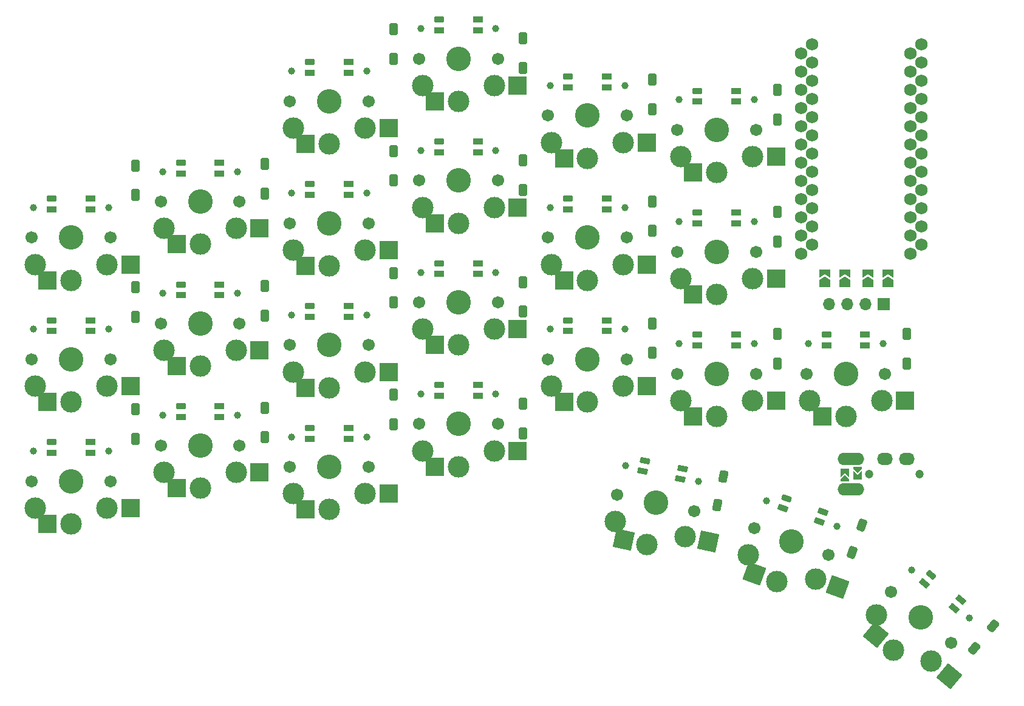
<source format=gts>
G04 #@! TF.GenerationSoftware,KiCad,Pcbnew,6.0.11-3.fc36*
G04 #@! TF.CreationDate,2023-02-22T18:11:36-05:00*
G04 #@! TF.ProjectId,kb40,6b623430-2e6b-4696-9361-645f70636258,rev?*
G04 #@! TF.SameCoordinates,Original*
G04 #@! TF.FileFunction,Soldermask,Top*
G04 #@! TF.FilePolarity,Negative*
%FSLAX46Y46*%
G04 Gerber Fmt 4.6, Leading zero omitted, Abs format (unit mm)*
G04 Created by KiCad (PCBNEW 6.0.11-3.fc36) date 2023-02-22 18:11:36*
%MOMM*%
%LPD*%
G01*
G04 APERTURE LIST*
G04 Aperture macros list*
%AMRoundRect*
0 Rectangle with rounded corners*
0 $1 Rounding radius*
0 $2 $3 $4 $5 $6 $7 $8 $9 X,Y pos of 4 corners*
0 Add a 4 corners polygon primitive as box body*
4,1,4,$2,$3,$4,$5,$6,$7,$8,$9,$2,$3,0*
0 Add four circle primitives for the rounded corners*
1,1,$1+$1,$2,$3*
1,1,$1+$1,$4,$5*
1,1,$1+$1,$6,$7*
1,1,$1+$1,$8,$9*
0 Add four rect primitives between the rounded corners*
20,1,$1+$1,$2,$3,$4,$5,0*
20,1,$1+$1,$4,$5,$6,$7,0*
20,1,$1+$1,$6,$7,$8,$9,0*
20,1,$1+$1,$8,$9,$2,$3,0*%
%AMRotRect*
0 Rectangle, with rotation*
0 The origin of the aperture is its center*
0 $1 length*
0 $2 width*
0 $3 Rotation angle, in degrees counterclockwise*
0 Add horizontal line*
21,1,$1,$2,0,0,$3*%
%AMFreePoly0*
4,1,6,1.000000,0.000000,0.500000,-0.750000,-0.500000,-0.750000,-0.500000,0.750000,0.500000,0.750000,1.000000,0.000000,1.000000,0.000000,$1*%
%AMFreePoly1*
4,1,6,0.500000,-0.750000,-0.650000,-0.750000,-0.150000,0.000000,-0.650000,0.750000,0.500000,0.750000,0.500000,-0.750000,0.500000,-0.750000,$1*%
%AMFreePoly2*
4,1,6,0.600000,0.200000,0.000000,-0.400000,-0.600000,0.200000,-0.600000,0.500000,0.600000,0.500000,0.600000,0.200000,0.600000,0.200000,$1*%
%AMFreePoly3*
4,1,6,0.600000,-0.250000,-0.600000,-0.250000,-0.600000,1.000000,0.000000,0.400000,0.600000,1.000000,0.600000,-0.250000,0.600000,-0.250000,$1*%
G04 Aperture macros list end*
%ADD10C,1.701800*%
%ADD11C,3.000000*%
%ADD12C,0.990600*%
%ADD13C,3.429000*%
%ADD14R,2.600000X2.600000*%
%ADD15RoundRect,0.300000X0.124041X0.614544X-0.583668X-0.228871X-0.124041X-0.614544X0.583668X0.228871X0*%
%ADD16RoundRect,0.300000X-0.300000X0.550500X-0.300000X-0.550500X0.300000X-0.550500X0.300000X0.550500X0*%
%ADD17R,1.400000X0.820000*%
%ADD18RoundRect,0.205000X0.495000X0.205000X-0.495000X0.205000X-0.495000X-0.205000X0.495000X-0.205000X0*%
%ADD19RotRect,2.600000X2.600000X340.000000*%
%ADD20FreePoly0,90.000000*%
%ADD21FreePoly1,90.000000*%
%ADD22RoundRect,0.300000X-0.178989X0.600844X-0.407900X-0.476097X0.178989X-0.600844X0.407900X0.476097X0*%
%ADD23R,1.700000X1.700000*%
%ADD24O,1.700000X1.700000*%
%ADD25RotRect,2.600000X2.600000X320.000000*%
%ADD26RoundRect,0.300000X-0.093626X0.619907X-0.470190X-0.414695X0.093626X-0.619907X0.470190X0.414695X0*%
%ADD27RotRect,2.600000X2.600000X348.000000*%
%ADD28RotRect,1.400000X0.820000X140.000000*%
%ADD29RoundRect,0.205000X0.510963X-0.161141X-0.247421X0.475219X-0.510963X0.161141X0.247421X-0.475219X0*%
%ADD30RotRect,1.400000X0.820000X168.000000*%
%ADD31RoundRect,0.205000X0.526805X0.097604X-0.441561X0.303437X-0.526805X-0.097604X0.441561X-0.303437X0*%
%ADD32C,1.752600*%
%ADD33FreePoly2,180.000000*%
%ADD34O,3.700000X1.700000*%
%ADD35FreePoly2,0.000000*%
%ADD36C,1.200000*%
%ADD37FreePoly3,180.000000*%
%ADD38O,2.200000X1.700000*%
%ADD39FreePoly3,0.000000*%
%ADD40RotRect,1.400000X0.820000X160.000000*%
%ADD41RoundRect,0.205000X0.535262X0.023337X-0.395034X0.361937X-0.535262X-0.023337X0.395034X-0.361937X0*%
G04 APERTURE END LIST*
D10*
X140000000Y-61500000D03*
D11*
X145500000Y-67450000D03*
D12*
X140280000Y-57300000D03*
D11*
X140500000Y-65250000D03*
D10*
X151000000Y-61500000D03*
D13*
X145500000Y-61500000D03*
D12*
X150720000Y-57300000D03*
D11*
X150500000Y-65250000D03*
D14*
X142225000Y-67450000D03*
X153775000Y-65250000D03*
D15*
X202068357Y-132678843D03*
X199431643Y-135821157D03*
D16*
X136500000Y-101699000D03*
X136500000Y-105801000D03*
D11*
X168500000Y-84250000D03*
D10*
X169000000Y-80500000D03*
D13*
X163500000Y-80500000D03*
D12*
X158280000Y-76300000D03*
D11*
X158500000Y-84250000D03*
D10*
X158000000Y-80500000D03*
D11*
X163500000Y-86450000D03*
D12*
X168720000Y-76300000D03*
D14*
X160225000Y-86450000D03*
X171775000Y-84250000D03*
D13*
X109500000Y-59500000D03*
D12*
X114720000Y-55300000D03*
D10*
X104000000Y-59500000D03*
D12*
X104280000Y-55300000D03*
D11*
X109500000Y-65450000D03*
X104500000Y-63250000D03*
X114500000Y-63250000D03*
D10*
X115000000Y-59500000D03*
D14*
X106225000Y-65450000D03*
X117775000Y-63250000D03*
D17*
X94200000Y-69550000D03*
X88800000Y-69550000D03*
D18*
X88800000Y-68050000D03*
D17*
X94200000Y-68050000D03*
D11*
X91500000Y-113450000D03*
X96500000Y-111250000D03*
X86500000Y-111250000D03*
D13*
X91500000Y-107500000D03*
D10*
X97000000Y-107500000D03*
D12*
X96720000Y-103300000D03*
X86280000Y-103300000D03*
D10*
X86000000Y-107500000D03*
D14*
X88225000Y-113450000D03*
X99775000Y-111250000D03*
D17*
X148200000Y-57550000D03*
X142800000Y-57550000D03*
D18*
X142800000Y-56050000D03*
D17*
X148200000Y-56050000D03*
X94200000Y-86550000D03*
X88800000Y-86550000D03*
D18*
X88800000Y-85050000D03*
D17*
X94200000Y-85050000D03*
X148200000Y-74550000D03*
X142800000Y-74550000D03*
D18*
X142800000Y-73050000D03*
D17*
X148200000Y-73050000D03*
D10*
X179060815Y-122797666D03*
D12*
X170423795Y-115184501D03*
D11*
X171857486Y-126507726D03*
D12*
X180234186Y-118755191D03*
D13*
X173892506Y-120916555D03*
D11*
X177308394Y-126150503D03*
X167911467Y-122730302D03*
D10*
X168724197Y-119035444D03*
D19*
X168779993Y-125387610D03*
X180385887Y-127270619D03*
D16*
X82500000Y-68449000D03*
X82500000Y-72551000D03*
D11*
X109500000Y-116450000D03*
D12*
X104280000Y-106300000D03*
D10*
X115000000Y-110500000D03*
D12*
X114720000Y-106300000D03*
D10*
X104000000Y-110500000D03*
D11*
X104500000Y-114250000D03*
D13*
X109500000Y-110500000D03*
D11*
X114500000Y-114250000D03*
D14*
X106225000Y-116450000D03*
X117775000Y-114250000D03*
D16*
X118500000Y-66449000D03*
X118500000Y-70551000D03*
D20*
X181400000Y-84925000D03*
D21*
X181400000Y-83475000D03*
D20*
X184600000Y-84925000D03*
D21*
X184600000Y-83475000D03*
D16*
X172000000Y-74949000D03*
X172000000Y-79051000D03*
D17*
X112200000Y-55550000D03*
X106800000Y-55550000D03*
D18*
X106800000Y-54050000D03*
D17*
X112200000Y-54050000D03*
D22*
X164468373Y-111837552D03*
X163615519Y-115849914D03*
D17*
X130200000Y-66600000D03*
X124800000Y-66600000D03*
D18*
X124800000Y-65100000D03*
D17*
X130200000Y-65100000D03*
D10*
X97000000Y-73500000D03*
D12*
X86280000Y-69300000D03*
D11*
X91500000Y-79450000D03*
X96500000Y-77250000D03*
D12*
X96720000Y-69300000D03*
D11*
X86500000Y-77250000D03*
D10*
X86000000Y-73500000D03*
D13*
X91500000Y-73500000D03*
D14*
X88225000Y-79450000D03*
X99775000Y-77250000D03*
D17*
X130200000Y-49600000D03*
X124800000Y-49600000D03*
D18*
X124800000Y-48100000D03*
D17*
X130200000Y-48100000D03*
X76200000Y-108550000D03*
X70800000Y-108550000D03*
D18*
X70800000Y-107050000D03*
D17*
X76200000Y-107050000D03*
D12*
X150720000Y-91300000D03*
D13*
X145500000Y-95500000D03*
D10*
X151000000Y-95500000D03*
D11*
X140500000Y-99250000D03*
D10*
X140000000Y-95500000D03*
D11*
X150500000Y-99250000D03*
D12*
X140280000Y-91300000D03*
D11*
X145500000Y-101450000D03*
D14*
X142225000Y-101450000D03*
X153775000Y-99250000D03*
D23*
X186800000Y-87825000D03*
D24*
X184260000Y-87825000D03*
X181720000Y-87825000D03*
X179180000Y-87825000D03*
D16*
X154500000Y-56481500D03*
X154500000Y-60583500D03*
D10*
X115000000Y-76500000D03*
D12*
X104280000Y-72300000D03*
D11*
X104500000Y-80250000D03*
D12*
X114720000Y-72300000D03*
D11*
X109500000Y-82450000D03*
D10*
X104000000Y-76500000D03*
D13*
X109500000Y-76500000D03*
D11*
X114500000Y-80250000D03*
D14*
X106225000Y-82450000D03*
X117775000Y-80250000D03*
D16*
X100500000Y-85268000D03*
X100500000Y-89370000D03*
D10*
X133000000Y-104500000D03*
D12*
X122280000Y-100300000D03*
X132720000Y-100300000D03*
D11*
X122500000Y-108250000D03*
D10*
X122000000Y-104500000D03*
D13*
X127500000Y-104500000D03*
D11*
X132500000Y-108250000D03*
X127500000Y-110450000D03*
D14*
X124225000Y-110450000D03*
X135775000Y-108250000D03*
D17*
X112200000Y-89550000D03*
X106800000Y-89550000D03*
D18*
X106800000Y-88050000D03*
D17*
X112200000Y-88050000D03*
D11*
X122500000Y-91300000D03*
X127500000Y-93500000D03*
X132500000Y-91300000D03*
D10*
X133000000Y-87550000D03*
D12*
X132720000Y-83350000D03*
D10*
X122000000Y-87550000D03*
D12*
X122280000Y-83350000D03*
D13*
X127500000Y-87550000D03*
D14*
X124225000Y-93500000D03*
X135775000Y-91300000D03*
D16*
X154500000Y-90481500D03*
X154500000Y-94583500D03*
X82500000Y-85449000D03*
X82500000Y-89551000D03*
D17*
X148200000Y-91550000D03*
X142800000Y-91550000D03*
D18*
X142800000Y-90050000D03*
D17*
X148200000Y-90050000D03*
D16*
X136500000Y-67749000D03*
X136500000Y-71851000D03*
D17*
X184200000Y-93550000D03*
X178800000Y-93550000D03*
D18*
X178800000Y-92050000D03*
D17*
X184200000Y-92050000D03*
D20*
X178600000Y-84925000D03*
D21*
X178600000Y-83475000D03*
D16*
X118500000Y-49449000D03*
X118500000Y-53551000D03*
X118500000Y-83449000D03*
X118500000Y-87551000D03*
X118500000Y-100449000D03*
X118500000Y-104551000D03*
D13*
X191988865Y-131467462D03*
D12*
X198687325Y-131605427D03*
D11*
X185748189Y-131126191D03*
D12*
X190689821Y-124894724D03*
D11*
X193408634Y-137554067D03*
D10*
X196202109Y-135002794D03*
D11*
X188164279Y-136025426D03*
D10*
X187775621Y-127932130D03*
D25*
X185655483Y-133920297D03*
X195917429Y-139659196D03*
D26*
X183778447Y-118607492D03*
X182375481Y-122462112D03*
D12*
X68280000Y-108300000D03*
D11*
X68500000Y-116250000D03*
D10*
X68000000Y-112500000D03*
D11*
X73500000Y-118450000D03*
X78500000Y-116250000D03*
D13*
X73500000Y-112500000D03*
D10*
X79000000Y-112500000D03*
D12*
X78720000Y-108300000D03*
D14*
X70225000Y-118450000D03*
X81775000Y-116250000D03*
D16*
X136500000Y-84749000D03*
X136500000Y-88851000D03*
D17*
X166200000Y-93550000D03*
X160800000Y-93550000D03*
D18*
X160800000Y-92050000D03*
D17*
X166200000Y-92050000D03*
X112200000Y-106550000D03*
X106800000Y-106550000D03*
D18*
X106800000Y-105050000D03*
D17*
X112200000Y-105050000D03*
D10*
X133000000Y-70550000D03*
D11*
X132500000Y-74300000D03*
D12*
X132720000Y-66350000D03*
D13*
X127500000Y-70550000D03*
D10*
X122000000Y-70550000D03*
D11*
X122500000Y-74300000D03*
D12*
X122280000Y-66350000D03*
D11*
X127500000Y-76500000D03*
D14*
X124225000Y-76500000D03*
X135775000Y-74300000D03*
D11*
X73500000Y-84450000D03*
X78500000Y-82250000D03*
D12*
X78720000Y-74300000D03*
D10*
X79000000Y-78500000D03*
X68000000Y-78500000D03*
D13*
X73500000Y-78500000D03*
D12*
X68280000Y-74300000D03*
D11*
X68500000Y-82250000D03*
D14*
X70225000Y-84450000D03*
X81775000Y-82250000D03*
D16*
X172000000Y-57949000D03*
X172000000Y-62051000D03*
D20*
X187400000Y-84925000D03*
D21*
X187400000Y-83475000D03*
D13*
X145500000Y-78500000D03*
D12*
X150720000Y-74300000D03*
X140280000Y-74300000D03*
D10*
X140000000Y-78500000D03*
D11*
X150500000Y-82250000D03*
X145500000Y-84450000D03*
X140500000Y-82250000D03*
D10*
X151000000Y-78500000D03*
D14*
X142225000Y-84450000D03*
X153775000Y-82250000D03*
D12*
X150767299Y-110306481D03*
X160979160Y-112477079D03*
D11*
X153762925Y-121319978D03*
D10*
X160379812Y-116643514D03*
D13*
X155000000Y-115500000D03*
D11*
X149329593Y-118128495D03*
X159111069Y-120207612D03*
D10*
X149620188Y-114356486D03*
D27*
X150559492Y-120639067D03*
X162314503Y-120888523D03*
D17*
X112200000Y-72550000D03*
X106800000Y-72550000D03*
D18*
X106800000Y-71050000D03*
D17*
X112200000Y-71050000D03*
X130200000Y-100550000D03*
X124800000Y-100550000D03*
D18*
X124800000Y-99050000D03*
D17*
X130200000Y-99050000D03*
D11*
X163500000Y-69450000D03*
X168500000Y-67250000D03*
D10*
X158000000Y-63500000D03*
X169000000Y-63500000D03*
D12*
X168720000Y-59300000D03*
D11*
X158500000Y-67250000D03*
D12*
X158280000Y-59300000D03*
D13*
X163500000Y-63500000D03*
D14*
X160225000Y-69450000D03*
X171775000Y-67250000D03*
D12*
X104280000Y-89300000D03*
X114720000Y-89300000D03*
D10*
X104000000Y-93500000D03*
X115000000Y-93500000D03*
D13*
X109500000Y-93500000D03*
D11*
X109500000Y-99450000D03*
X114500000Y-97250000D03*
X104500000Y-97250000D03*
D14*
X106225000Y-99450000D03*
X117775000Y-97250000D03*
D28*
X196596197Y-130177113D03*
X192459557Y-126706060D03*
D29*
X193423739Y-125556993D03*
D28*
X197560379Y-129028046D03*
D17*
X76200000Y-91550000D03*
X70800000Y-91550000D03*
D18*
X70800000Y-90050000D03*
D17*
X76200000Y-90050000D03*
D30*
X158462250Y-112197678D03*
X153180253Y-111074955D03*
D31*
X153492120Y-109607734D03*
D30*
X158774117Y-110730457D03*
D16*
X190000000Y-91949000D03*
X190000000Y-96051000D03*
D32*
X176784000Y-51562000D03*
X190500000Y-52802000D03*
X176784000Y-54102000D03*
X190500000Y-55342000D03*
X176784000Y-56642000D03*
X190500000Y-57882000D03*
X190500000Y-60422000D03*
X176784000Y-59182000D03*
X176784000Y-61722000D03*
X190500000Y-62962000D03*
X176784000Y-64262000D03*
X190500000Y-65502000D03*
X176784000Y-66802000D03*
X190500000Y-68042000D03*
X190500000Y-70582000D03*
X176784000Y-69342000D03*
X190500000Y-73122000D03*
X176784000Y-71882000D03*
X176784000Y-74422000D03*
X190500000Y-75662000D03*
X190500000Y-78202000D03*
X176784000Y-76962000D03*
X176784000Y-79502000D03*
X190500000Y-80742000D03*
X192024000Y-79502000D03*
X175260000Y-80742000D03*
X175260000Y-78202000D03*
X192024000Y-76962000D03*
X192024000Y-74422000D03*
X175260000Y-75662000D03*
X175260000Y-73122000D03*
X192024000Y-71882000D03*
X175260000Y-70582000D03*
X192024000Y-69342000D03*
X192024000Y-66802000D03*
X175260000Y-68042000D03*
X192024000Y-64262000D03*
X175260000Y-65502000D03*
X192024000Y-61722000D03*
X175260000Y-62962000D03*
X192024000Y-59182000D03*
X175260000Y-60422000D03*
X192024000Y-56642000D03*
X175260000Y-57882000D03*
X175260000Y-55342000D03*
X192024000Y-54102000D03*
X175260000Y-52802000D03*
X192024000Y-51562000D03*
D13*
X127500000Y-53550000D03*
D11*
X132500000Y-57300000D03*
D10*
X122000000Y-53550000D03*
X133000000Y-53550000D03*
D11*
X122500000Y-57300000D03*
X127500000Y-59500000D03*
D12*
X122280000Y-49350000D03*
X132720000Y-49350000D03*
D14*
X124225000Y-59500000D03*
X135775000Y-57300000D03*
D17*
X166200000Y-76550000D03*
X160800000Y-76550000D03*
D18*
X160800000Y-75050000D03*
D17*
X166200000Y-75050000D03*
D33*
X181356000Y-112014000D03*
D34*
X182244000Y-109406000D03*
D35*
X183134000Y-110998000D03*
D34*
X182244000Y-113606000D03*
D36*
X191794000Y-111506000D03*
X184794000Y-111506000D03*
D37*
X181356000Y-110998000D03*
D38*
X189994000Y-109406000D03*
X186994000Y-109406000D03*
D39*
X183134000Y-112014000D03*
D16*
X100500000Y-68268000D03*
X100500000Y-72370000D03*
D10*
X79000000Y-95500000D03*
D13*
X73500000Y-95500000D03*
D11*
X68500000Y-99250000D03*
X78500000Y-99250000D03*
D12*
X68280000Y-91300000D03*
D11*
X73500000Y-101450000D03*
D10*
X68000000Y-95500000D03*
D12*
X78720000Y-91300000D03*
D14*
X70225000Y-101450000D03*
X81775000Y-99250000D03*
D16*
X82500000Y-102449000D03*
X82500000Y-106551000D03*
D17*
X76200000Y-74550000D03*
X70800000Y-74550000D03*
D18*
X70800000Y-73050000D03*
D17*
X76200000Y-73050000D03*
D11*
X91500000Y-96450000D03*
D13*
X91500000Y-90500000D03*
D11*
X96500000Y-94250000D03*
D12*
X96720000Y-86300000D03*
D10*
X97000000Y-90500000D03*
X86000000Y-90500000D03*
D12*
X86280000Y-86300000D03*
D11*
X86500000Y-94250000D03*
D14*
X88225000Y-96450000D03*
X99775000Y-94250000D03*
D17*
X130200000Y-83600000D03*
X124800000Y-83600000D03*
D18*
X124800000Y-82100000D03*
D17*
X130200000Y-82100000D03*
X94200000Y-103550000D03*
X88800000Y-103550000D03*
D18*
X88800000Y-102050000D03*
D17*
X94200000Y-102050000D03*
D16*
X154500000Y-73481500D03*
X154500000Y-77583500D03*
D17*
X166200000Y-59550000D03*
X160800000Y-59550000D03*
D18*
X160800000Y-58050000D03*
D17*
X166200000Y-58050000D03*
D16*
X100500000Y-102268000D03*
X100500000Y-106370000D03*
D40*
X177780655Y-118128224D03*
X172706315Y-116281315D03*
D41*
X173219345Y-114871776D03*
D40*
X178293685Y-116718685D03*
D16*
X136500000Y-50749000D03*
X136500000Y-54851000D03*
D11*
X168500000Y-101250000D03*
D12*
X168720000Y-93300000D03*
D10*
X158000000Y-97500000D03*
D12*
X158280000Y-93300000D03*
D11*
X158500000Y-101250000D03*
D13*
X163500000Y-97500000D03*
D10*
X169000000Y-97500000D03*
D11*
X163500000Y-103450000D03*
D14*
X160225000Y-103450000D03*
X171775000Y-101250000D03*
D16*
X172000000Y-91949000D03*
X172000000Y-96051000D03*
D12*
X176280000Y-93300000D03*
X186720000Y-93300000D03*
D11*
X181500000Y-103450000D03*
D13*
X181500000Y-97500000D03*
D11*
X176500000Y-101250000D03*
X186500000Y-101250000D03*
D10*
X187000000Y-97500000D03*
X176000000Y-97500000D03*
D14*
X178225000Y-103450000D03*
X189775000Y-101250000D03*
M02*

</source>
